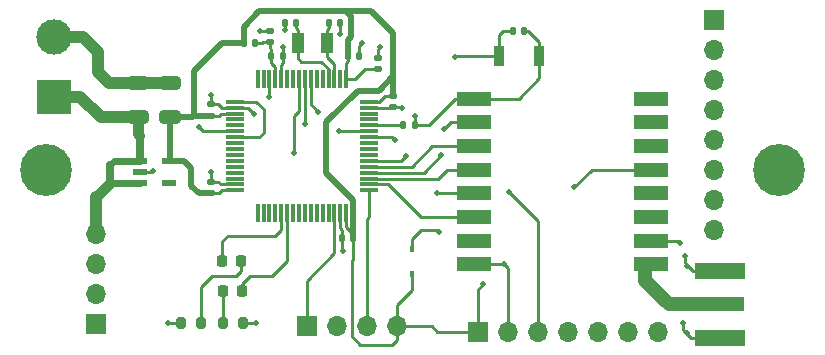
<source format=gbr>
%TF.GenerationSoftware,KiCad,Pcbnew,(6.0.1)*%
%TF.CreationDate,2022-10-05T00:35:00-05:00*%
%TF.ProjectId,PCBFiles_Node,50434246-696c-4657-935f-4e6f64652e6b,rev?*%
%TF.SameCoordinates,Original*%
%TF.FileFunction,Copper,L1,Top*%
%TF.FilePolarity,Positive*%
%FSLAX46Y46*%
G04 Gerber Fmt 4.6, Leading zero omitted, Abs format (unit mm)*
G04 Created by KiCad (PCBNEW (6.0.1)) date 2022-10-05 00:35:00*
%MOMM*%
%LPD*%
G01*
G04 APERTURE LIST*
G04 Aperture macros list*
%AMRoundRect*
0 Rectangle with rounded corners*
0 $1 Rounding radius*
0 $2 $3 $4 $5 $6 $7 $8 $9 X,Y pos of 4 corners*
0 Add a 4 corners polygon primitive as box body*
4,1,4,$2,$3,$4,$5,$6,$7,$8,$9,$2,$3,0*
0 Add four circle primitives for the rounded corners*
1,1,$1+$1,$2,$3*
1,1,$1+$1,$4,$5*
1,1,$1+$1,$6,$7*
1,1,$1+$1,$8,$9*
0 Add four rect primitives between the rounded corners*
20,1,$1+$1,$2,$3,$4,$5,0*
20,1,$1+$1,$4,$5,$6,$7,0*
20,1,$1+$1,$6,$7,$8,$9,0*
20,1,$1+$1,$8,$9,$2,$3,0*%
G04 Aperture macros list end*
%TA.AperFunction,SMDPad,CuDef*%
%ADD10R,3.000000X1.300000*%
%TD*%
%TA.AperFunction,ComponentPad*%
%ADD11R,3.000000X3.000000*%
%TD*%
%TA.AperFunction,ComponentPad*%
%ADD12C,3.000000*%
%TD*%
%TA.AperFunction,SMDPad,CuDef*%
%ADD13RoundRect,0.140000X0.140000X0.170000X-0.140000X0.170000X-0.140000X-0.170000X0.140000X-0.170000X0*%
%TD*%
%TA.AperFunction,SMDPad,CuDef*%
%ADD14RoundRect,0.075000X-0.075000X0.700000X-0.075000X-0.700000X0.075000X-0.700000X0.075000X0.700000X0*%
%TD*%
%TA.AperFunction,SMDPad,CuDef*%
%ADD15RoundRect,0.075000X-0.700000X0.075000X-0.700000X-0.075000X0.700000X-0.075000X0.700000X0.075000X0*%
%TD*%
%TA.AperFunction,SMDPad,CuDef*%
%ADD16RoundRect,0.140000X0.170000X-0.140000X0.170000X0.140000X-0.170000X0.140000X-0.170000X-0.140000X0*%
%TD*%
%TA.AperFunction,SMDPad,CuDef*%
%ADD17RoundRect,0.140000X-0.140000X-0.170000X0.140000X-0.170000X0.140000X0.170000X-0.140000X0.170000X0*%
%TD*%
%TA.AperFunction,SMDPad,CuDef*%
%ADD18RoundRect,0.250000X0.650000X-0.325000X0.650000X0.325000X-0.650000X0.325000X-0.650000X-0.325000X0*%
%TD*%
%TA.AperFunction,ComponentPad*%
%ADD19C,0.700000*%
%TD*%
%TA.AperFunction,ComponentPad*%
%ADD20C,4.400000*%
%TD*%
%TA.AperFunction,SMDPad,CuDef*%
%ADD21RoundRect,0.140000X-0.170000X0.140000X-0.170000X-0.140000X0.170000X-0.140000X0.170000X0.140000X0*%
%TD*%
%TA.AperFunction,SMDPad,CuDef*%
%ADD22RoundRect,0.147500X-0.147500X-0.172500X0.147500X-0.172500X0.147500X0.172500X-0.147500X0.172500X0*%
%TD*%
%TA.AperFunction,SMDPad,CuDef*%
%ADD23RoundRect,0.135000X-0.135000X-0.185000X0.135000X-0.185000X0.135000X0.185000X-0.135000X0.185000X0*%
%TD*%
%TA.AperFunction,SMDPad,CuDef*%
%ADD24RoundRect,0.200000X-0.200000X-0.275000X0.200000X-0.275000X0.200000X0.275000X-0.200000X0.275000X0*%
%TD*%
%TA.AperFunction,SMDPad,CuDef*%
%ADD25R,1.000000X1.800000*%
%TD*%
%TA.AperFunction,SMDPad,CuDef*%
%ADD26R,0.900000X1.700000*%
%TD*%
%TA.AperFunction,SMDPad,CuDef*%
%ADD27RoundRect,0.200000X0.200000X0.275000X-0.200000X0.275000X-0.200000X-0.275000X0.200000X-0.275000X0*%
%TD*%
%TA.AperFunction,SMDPad,CuDef*%
%ADD28R,1.150000X0.600000*%
%TD*%
%TA.AperFunction,ComponentPad*%
%ADD29R,1.700000X1.700000*%
%TD*%
%TA.AperFunction,ComponentPad*%
%ADD30O,1.700000X1.700000*%
%TD*%
%TA.AperFunction,SMDPad,CuDef*%
%ADD31RoundRect,0.218750X-0.218750X-0.256250X0.218750X-0.256250X0.218750X0.256250X-0.218750X0.256250X0*%
%TD*%
%TA.AperFunction,SMDPad,CuDef*%
%ADD32RoundRect,0.218750X0.218750X0.256250X-0.218750X0.256250X-0.218750X-0.256250X0.218750X-0.256250X0*%
%TD*%
%TA.AperFunction,SMDPad,CuDef*%
%ADD33R,3.600000X1.270000*%
%TD*%
%TA.AperFunction,SMDPad,CuDef*%
%ADD34R,4.200000X1.350000*%
%TD*%
%TA.AperFunction,SMDPad,CuDef*%
%ADD35R,0.450000X0.600000*%
%TD*%
%TA.AperFunction,ViaPad*%
%ADD36C,0.500000*%
%TD*%
%TA.AperFunction,Conductor*%
%ADD37C,0.500000*%
%TD*%
%TA.AperFunction,Conductor*%
%ADD38C,0.250000*%
%TD*%
%TA.AperFunction,Conductor*%
%ADD39C,1.200000*%
%TD*%
%TA.AperFunction,Conductor*%
%ADD40C,1.000000*%
%TD*%
%TA.AperFunction,Conductor*%
%ADD41C,0.900000*%
%TD*%
%TA.AperFunction,Conductor*%
%ADD42C,0.850000*%
%TD*%
%TA.AperFunction,Conductor*%
%ADD43C,0.600000*%
%TD*%
%TA.AperFunction,Conductor*%
%ADD44C,0.950000*%
%TD*%
%TA.AperFunction,Conductor*%
%ADD45C,0.700000*%
%TD*%
G04 APERTURE END LIST*
D10*
%TO.P,U2,1,GND*%
%TO.N,GND*%
X83787500Y-92300000D03*
%TO.P,U2,2,MISO*%
%TO.N,SPI3_MISO*%
X83787500Y-94300000D03*
%TO.P,U2,3,MOSI*%
%TO.N,SPI3_MOSI*%
X83787500Y-96300000D03*
%TO.P,U2,4,SCK*%
%TO.N,SPI3_SCK*%
X83787500Y-98300000D03*
%TO.P,U2,5,NSS*%
%TO.N,SPI3_NSS*%
X83787500Y-100300000D03*
%TO.P,U2,6,~{RESET}*%
%TO.N,RESET_RFM9X*%
X83787500Y-102300000D03*
%TO.P,U2,7,DIO5*%
%TO.N,unconnected-(U2-Pad7)*%
X83787500Y-104300000D03*
%TO.P,U2,8,GND*%
%TO.N,GND*%
X83787500Y-106300000D03*
%TO.P,U2,9,DIO2*%
%TO.N,unconnected-(U2-Pad9)*%
X98787500Y-92300000D03*
%TO.P,U2,10,DIO1*%
%TO.N,unconnected-(U2-Pad10)*%
X98787500Y-94300000D03*
%TO.P,U2,11,DIO0*%
%TO.N,unconnected-(U2-Pad11)*%
X98787500Y-96300000D03*
%TO.P,U2,12,VDD*%
%TO.N,+3V3*%
X98787500Y-98300000D03*
%TO.P,U2,13,DIO4*%
%TO.N,unconnected-(U2-Pad13)*%
X98787500Y-100300000D03*
%TO.P,U2,14,DIO3*%
%TO.N,unconnected-(U2-Pad14)*%
X98787500Y-102300000D03*
%TO.P,U2,15,GND*%
%TO.N,GND*%
X98787500Y-104300000D03*
%TO.P,U2,16,ANT*%
%TO.N,/ANT*%
X98787500Y-106300000D03*
%TD*%
D11*
%TO.P,J1,1,Pin_1*%
%TO.N,+5V*%
X48200000Y-92140000D03*
D12*
%TO.P,J1,2,Pin_2*%
%TO.N,GND*%
X48200000Y-87060000D03*
%TD*%
D13*
%TO.P,C13,1*%
%TO.N,LSE_OUT*%
X68730000Y-85855000D03*
%TO.P,C13,2*%
%TO.N,GND*%
X67770000Y-85855000D03*
%TD*%
D14*
%TO.P,U1,1,VBAT*%
%TO.N,+3V3*%
X72950000Y-90625000D03*
%TO.P,U1,2,PC13*%
%TO.N,unconnected-(U1-Pad2)*%
X72450000Y-90625000D03*
%TO.P,U1,3,PC14*%
%TO.N,LSE_IN*%
X71950000Y-90625000D03*
%TO.P,U1,4,PC15*%
%TO.N,LSE_OUT*%
X71450000Y-90625000D03*
%TO.P,U1,5,PH0*%
%TO.N,unconnected-(U1-Pad5)*%
X70950000Y-90625000D03*
%TO.P,U1,6,PH1*%
%TO.N,unconnected-(U1-Pad6)*%
X70450000Y-90625000D03*
%TO.P,U1,7,NRST*%
%TO.N,NRST*%
X69950000Y-90625000D03*
%TO.P,U1,8,PC0*%
%TO.N,LPUART1_RX*%
X69450000Y-90625000D03*
%TO.P,U1,9,PC1*%
%TO.N,LPUART1_TX*%
X68950000Y-90625000D03*
%TO.P,U1,10,PC2*%
%TO.N,unconnected-(U1-Pad10)*%
X68450000Y-90625000D03*
%TO.P,U1,11,PC3*%
%TO.N,unconnected-(U1-Pad11)*%
X67950000Y-90625000D03*
%TO.P,U1,12,VSSA*%
%TO.N,GND*%
X67450000Y-90625000D03*
%TO.P,U1,13,VDDA*%
%TO.N,+3.3VA*%
X66950000Y-90625000D03*
%TO.P,U1,14,PA0*%
%TO.N,V_REF_IN*%
X66450000Y-90625000D03*
%TO.P,U1,15,PA1*%
%TO.N,unconnected-(U1-Pad15)*%
X65950000Y-90625000D03*
%TO.P,U1,16,PA2*%
%TO.N,unconnected-(U1-Pad16)*%
X65450000Y-90625000D03*
D15*
%TO.P,U1,17,PA3*%
%TO.N,V_REF_OUT*%
X63525000Y-92550000D03*
%TO.P,U1,18,VSS*%
%TO.N,GND*%
X63525000Y-93050000D03*
%TO.P,U1,19,VDD*%
%TO.N,+3V3*%
X63525000Y-93550000D03*
%TO.P,U1,20,PA4*%
%TO.N,unconnected-(U1-Pad20)*%
X63525000Y-94050000D03*
%TO.P,U1,21,PA5*%
%TO.N,unconnected-(U1-Pad21)*%
X63525000Y-94550000D03*
%TO.P,U1,22,PA6*%
%TO.N,V_GAS*%
X63525000Y-95050000D03*
%TO.P,U1,23,PA7*%
%TO.N,V_REF_OUT*%
X63525000Y-95550000D03*
%TO.P,U1,24,PC4*%
%TO.N,unconnected-(U1-Pad24)*%
X63525000Y-96050000D03*
%TO.P,U1,25,PC5*%
%TO.N,unconnected-(U1-Pad25)*%
X63525000Y-96550000D03*
%TO.P,U1,26,PB0*%
%TO.N,unconnected-(U1-Pad26)*%
X63525000Y-97050000D03*
%TO.P,U1,27,PB1*%
%TO.N,unconnected-(U1-Pad27)*%
X63525000Y-97550000D03*
%TO.P,U1,28,PB2*%
%TO.N,unconnected-(U1-Pad28)*%
X63525000Y-98050000D03*
%TO.P,U1,29,PB10*%
%TO.N,unconnected-(U1-Pad29)*%
X63525000Y-98550000D03*
%TO.P,U1,30,PB11*%
%TO.N,unconnected-(U1-Pad30)*%
X63525000Y-99050000D03*
%TO.P,U1,31,VSS*%
%TO.N,GND*%
X63525000Y-99550000D03*
%TO.P,U1,32,VDD*%
%TO.N,+3V3*%
X63525000Y-100050000D03*
D14*
%TO.P,U1,33,PB12*%
%TO.N,unconnected-(U1-Pad33)*%
X65450000Y-101975000D03*
%TO.P,U1,34,PB13*%
%TO.N,unconnected-(U1-Pad34)*%
X65950000Y-101975000D03*
%TO.P,U1,35,PB14*%
%TO.N,unconnected-(U1-Pad35)*%
X66450000Y-101975000D03*
%TO.P,U1,36,PB15*%
%TO.N,unconnected-(U1-Pad36)*%
X66950000Y-101975000D03*
%TO.P,U1,37,PC6*%
%TO.N,RED_LED*%
X67450000Y-101975000D03*
%TO.P,U1,38,PC7*%
%TO.N,GREEN_LED*%
X67950000Y-101975000D03*
%TO.P,U1,39,PC8*%
%TO.N,unconnected-(U1-Pad39)*%
X68450000Y-101975000D03*
%TO.P,U1,40,PC9*%
%TO.N,unconnected-(U1-Pad40)*%
X68950000Y-101975000D03*
%TO.P,U1,41,PA8*%
%TO.N,unconnected-(U1-Pad41)*%
X69450000Y-101975000D03*
%TO.P,U1,42,PA9*%
%TO.N,unconnected-(U1-Pad42)*%
X69950000Y-101975000D03*
%TO.P,U1,43,PA10*%
%TO.N,unconnected-(U1-Pad43)*%
X70450000Y-101975000D03*
%TO.P,U1,44,PA11*%
%TO.N,unconnected-(U1-Pad44)*%
X70950000Y-101975000D03*
%TO.P,U1,45,PA12*%
%TO.N,unconnected-(U1-Pad45)*%
X71450000Y-101975000D03*
%TO.P,U1,46,PA13*%
%TO.N,SWDIO*%
X71950000Y-101975000D03*
%TO.P,U1,47,VSS*%
%TO.N,GND*%
X72450000Y-101975000D03*
%TO.P,U1,48,VDD*%
%TO.N,+3V3*%
X72950000Y-101975000D03*
D15*
%TO.P,U1,49,PA14*%
%TO.N,SWCLK*%
X74875000Y-100050000D03*
%TO.P,U1,50,PA15*%
%TO.N,RESET_RFM9X*%
X74875000Y-99550000D03*
%TO.P,U1,51,PC10*%
%TO.N,SPI3_SCK*%
X74875000Y-99050000D03*
%TO.P,U1,52,PC11*%
%TO.N,SPI3_MISO*%
X74875000Y-98550000D03*
%TO.P,U1,53,PC12*%
%TO.N,SPI3_MOSI*%
X74875000Y-98050000D03*
%TO.P,U1,54,PD2*%
%TO.N,SPI3_NSS*%
X74875000Y-97550000D03*
%TO.P,U1,55,PB3*%
%TO.N,unconnected-(U1-Pad55)*%
X74875000Y-97050000D03*
%TO.P,U1,56,PB4*%
%TO.N,unconnected-(U1-Pad56)*%
X74875000Y-96550000D03*
%TO.P,U1,57,PB5*%
%TO.N,unconnected-(U1-Pad57)*%
X74875000Y-96050000D03*
%TO.P,U1,58,PB6*%
%TO.N,I2C1_SCL*%
X74875000Y-95550000D03*
%TO.P,U1,59,PB7*%
%TO.N,I2C1_SDA*%
X74875000Y-95050000D03*
%TO.P,U1,60,PH3*%
%TO.N,BOOT0*%
X74875000Y-94550000D03*
%TO.P,U1,61,PB8*%
%TO.N,unconnected-(U1-Pad61)*%
X74875000Y-94050000D03*
%TO.P,U1,62,PB9*%
%TO.N,unconnected-(U1-Pad62)*%
X74875000Y-93550000D03*
%TO.P,U1,63,VSS*%
%TO.N,GND*%
X74875000Y-93050000D03*
%TO.P,U1,64,VDD*%
%TO.N,+3V3*%
X74875000Y-92550000D03*
%TD*%
D16*
%TO.P,C10,1*%
%TO.N,+3.3VA*%
X66500000Y-87480000D03*
%TO.P,C10,2*%
%TO.N,GND*%
X66500000Y-86520000D03*
%TD*%
D17*
%TO.P,C11,1*%
%TO.N,+3.3VA*%
X66620000Y-88650000D03*
%TO.P,C11,2*%
%TO.N,GND*%
X67580000Y-88650000D03*
%TD*%
D18*
%TO.P,C1,1*%
%TO.N,+5V*%
X55300000Y-93875000D03*
%TO.P,C1,2*%
%TO.N,GND*%
X55300000Y-90925000D03*
%TD*%
D19*
%TO.P,H1,1*%
%TO.N,N/C*%
X108433274Y-97133274D03*
X109600000Y-99950000D03*
X111250000Y-98300000D03*
D20*
X109600000Y-98300000D03*
D19*
X109600000Y-96650000D03*
X110766726Y-97133274D03*
X108433274Y-99466726D03*
X110766726Y-99466726D03*
X107950000Y-98300000D03*
%TD*%
D21*
%TO.P,C8,1*%
%TO.N,+3V3*%
X76900000Y-92070000D03*
%TO.P,C8,2*%
%TO.N,GND*%
X76900000Y-93030000D03*
%TD*%
D16*
%TO.P,C3,1*%
%TO.N,+3V3*%
X75650000Y-89780000D03*
%TO.P,C3,2*%
%TO.N,GND*%
X75650000Y-88820000D03*
%TD*%
%TO.P,C6,1*%
%TO.N,+3V3*%
X61500000Y-100280000D03*
%TO.P,C6,2*%
%TO.N,GND*%
X61500000Y-99320000D03*
%TD*%
D22*
%TO.P,L1,1*%
%TO.N,+3V3*%
X64265000Y-87550000D03*
%TO.P,L1,2*%
%TO.N,+3.3VA*%
X65235000Y-87550000D03*
%TD*%
D18*
%TO.P,C2,1*%
%TO.N,+3V3*%
X58000000Y-93875000D03*
%TO.P,C2,2*%
%TO.N,GND*%
X58000000Y-90925000D03*
%TD*%
D23*
%TO.P,R1,1*%
%TO.N,BOOT0*%
X77790000Y-94550000D03*
%TO.P,R1,2*%
%TO.N,GND*%
X78810000Y-94550000D03*
%TD*%
D24*
%TO.P,R2,1*%
%TO.N,Net-(D2-Pad1)*%
X62525000Y-111250000D03*
%TO.P,R2,2*%
%TO.N,GND*%
X64175000Y-111250000D03*
%TD*%
D25*
%TO.P,Y1,1,1*%
%TO.N,LSE_OUT*%
X68850000Y-87600000D03*
%TO.P,Y1,2,2*%
%TO.N,LSE_IN*%
X71350000Y-87600000D03*
%TD*%
D26*
%TO.P,RESET,1,1*%
%TO.N,NRST*%
X85900000Y-88700000D03*
%TO.P,RESET,2,2*%
%TO.N,GND*%
X89300000Y-88700000D03*
%TD*%
D27*
%TO.P,R3,1*%
%TO.N,Net-(D3-Pad1)*%
X60625000Y-111250000D03*
%TO.P,R3,2*%
%TO.N,GND*%
X58975000Y-111250000D03*
%TD*%
D17*
%TO.P,C4,1*%
%TO.N,+3V3*%
X73070000Y-88650000D03*
%TO.P,C4,2*%
%TO.N,GND*%
X74030000Y-88650000D03*
%TD*%
D28*
%TO.P,U3,1,IN*%
%TO.N,+5V*%
X55450000Y-97550000D03*
%TO.P,U3,2,GND*%
%TO.N,GND*%
X55450000Y-98500000D03*
%TO.P,U3,3,EN*%
%TO.N,+5V*%
X55450000Y-99450000D03*
%TO.P,U3,4,NC*%
%TO.N,unconnected-(U3-Pad4)*%
X57950000Y-99450000D03*
%TO.P,U3,5,OUT*%
%TO.N,+3V3*%
X57950000Y-97550000D03*
%TD*%
D29*
%TO.P,J4,1,Pin_1*%
%TO.N,+3V3*%
X84100000Y-112075000D03*
D30*
%TO.P,J4,2,Pin_2*%
%TO.N,GND*%
X86640000Y-112075000D03*
%TO.P,J4,3,Pin_3*%
%TO.N,I2C1_SCL*%
X89180000Y-112075000D03*
%TO.P,J4,4,Pin_4*%
%TO.N,I2C1_SDA*%
X91720000Y-112075000D03*
%TO.P,J4,5,Pin_5*%
%TO.N,unconnected-(J4-Pad5)*%
X94260000Y-112075000D03*
%TO.P,J4,6,Pin_6*%
%TO.N,unconnected-(J4-Pad6)*%
X96800000Y-112075000D03*
%TO.P,J4,7,Pin_7*%
%TO.N,unconnected-(J4-Pad7)*%
X99340000Y-112075000D03*
%TD*%
D17*
%TO.P,C9,1*%
%TO.N,NRST*%
X87045000Y-86550000D03*
%TO.P,C9,2*%
%TO.N,GND*%
X88005000Y-86550000D03*
%TD*%
%TO.P,C12,1*%
%TO.N,LSE_IN*%
X71470000Y-85855000D03*
%TO.P,C12,2*%
%TO.N,GND*%
X72430000Y-85855000D03*
%TD*%
D13*
%TO.P,C7,1*%
%TO.N,+3V3*%
X73530000Y-104100000D03*
%TO.P,C7,2*%
%TO.N,GND*%
X72570000Y-104100000D03*
%TD*%
D16*
%TO.P,C5,1*%
%TO.N,+3V3*%
X61500000Y-93730000D03*
%TO.P,C5,2*%
%TO.N,GND*%
X61500000Y-92770000D03*
%TD*%
D19*
%TO.P,H2,1*%
%TO.N,N/C*%
X49150000Y-98300000D03*
X47500000Y-99950000D03*
D20*
X47500000Y-98300000D03*
D19*
X46333274Y-97133274D03*
X48666726Y-99466726D03*
X46333274Y-99466726D03*
X48666726Y-97133274D03*
X47500000Y-96650000D03*
X45850000Y-98300000D03*
%TD*%
D31*
%TO.P,D2,1,K*%
%TO.N,Net-(D2-Pad1)*%
X62512500Y-108600000D03*
%TO.P,D2,2,A*%
%TO.N,GREEN_LED*%
X64087500Y-108600000D03*
%TD*%
D32*
%TO.P,D3,1,K*%
%TO.N,Net-(D3-Pad1)*%
X64037500Y-106050000D03*
%TO.P,D3,2,A*%
%TO.N,RED_LED*%
X62462500Y-106050000D03*
%TD*%
D29*
%TO.P,J2,1,Pin_1*%
%TO.N,SWDIO*%
X69600000Y-111575000D03*
D30*
%TO.P,J2,2,Pin_2*%
%TO.N,GND*%
X72140000Y-111575000D03*
%TO.P,J2,3,Pin_3*%
%TO.N,SWCLK*%
X74680000Y-111575000D03*
%TO.P,J2,4,Pin_4*%
%TO.N,+3V3*%
X77220000Y-111575000D03*
%TD*%
D33*
%TO.P,J7,1,In*%
%TO.N,/ANT*%
X104837500Y-109700000D03*
D34*
%TO.P,J7,2,Ext*%
%TO.N,GND*%
X104637500Y-112525000D03*
X104637500Y-106875000D03*
%TD*%
D29*
%TO.P,J5,1,Pin_1*%
%TO.N,GND*%
X51800000Y-111400000D03*
D30*
%TO.P,J5,2,Pin_2*%
%TO.N,LPUART1_TX*%
X51800000Y-108860000D03*
%TO.P,J5,3,Pin_3*%
%TO.N,LPUART1_RX*%
X51800000Y-106320000D03*
%TO.P,J5,4,Pin_4*%
%TO.N,+5V*%
X51800000Y-103780000D03*
%TD*%
D35*
%TO.P,D1,1,K*%
%TO.N,Net-(D1-Pad1)*%
X78500000Y-105000000D03*
%TO.P,D1,2,A*%
%TO.N,+3V3*%
X78500000Y-107100000D03*
%TD*%
D29*
%TO.P,J3,1,Pin_1*%
%TO.N,V_GAS*%
X104100000Y-85600000D03*
D30*
%TO.P,J3,2,Pin_2*%
%TO.N,V_REF_IN*%
X104100000Y-88140000D03*
%TO.P,J3,3,Pin_3*%
%TO.N,unconnected-(J3-Pad3)*%
X104100000Y-90680000D03*
%TO.P,J3,4,Pin_4*%
%TO.N,unconnected-(J3-Pad4)*%
X104100000Y-93220000D03*
%TO.P,J3,5,Pin_5*%
%TO.N,unconnected-(J3-Pad5)*%
X104100000Y-95760000D03*
%TO.P,J3,6,Pin_6*%
%TO.N,GND*%
X104100000Y-98300000D03*
%TO.P,J3,7,Pin_7*%
%TO.N,unconnected-(J3-Pad7)*%
X104100000Y-100840000D03*
%TO.P,J3,8,Pin_8*%
%TO.N,Net-(D1-Pad1)*%
X104100000Y-103380000D03*
%TD*%
D36*
%TO.N,I2C1_SCL*%
X77090000Y-95780000D03*
%TO.N,SPI3_NSS*%
X77990000Y-97120000D03*
%TO.N,GND*%
X101830000Y-106430000D03*
X101790000Y-112170000D03*
%TO.N,Net-(D1-Pad1)*%
X80800000Y-103600000D03*
%TO.N,+3V3*%
X92250000Y-99800000D03*
X84550000Y-108000000D03*
%TO.N,I2C1_SCL*%
X86700000Y-100200000D03*
%TO.N,GND*%
X61500000Y-98500000D03*
X65350000Y-111250000D03*
X53400000Y-90950000D03*
X52050000Y-90100000D03*
X65650000Y-86550000D03*
X67781263Y-86510421D03*
X72700000Y-105200000D03*
X56600000Y-98450000D03*
X101650000Y-105650000D03*
X61500000Y-92000000D03*
X101500000Y-111300000D03*
X101200000Y-104500000D03*
X65150000Y-93600000D03*
X57850000Y-111250000D03*
X75850000Y-87900000D03*
X67600000Y-87900000D03*
X51950000Y-88550000D03*
X72449502Y-86800000D03*
X74250000Y-87600000D03*
X86300000Y-106300000D03*
X78800000Y-93750000D03*
X77700000Y-93050000D03*
%TO.N,I2C1_SDA*%
X72350000Y-95050000D03*
%TO.N,NRST*%
X82200000Y-88800000D03*
X70600000Y-93400000D03*
%TO.N,V_REF_IN*%
X66450000Y-92150000D03*
%TO.N,V_GAS*%
X60450000Y-94700000D03*
%TO.N,SPI3_NSS*%
X80650000Y-100300000D03*
%TO.N,SPI3_MISO*%
X81000000Y-97100000D03*
X81250000Y-94850000D03*
%TO.N,LPUART1_TX*%
X68550000Y-96900000D03*
%TO.N,LPUART1_RX*%
X69450000Y-94450000D03*
%TD*%
D37*
%TO.N,+3V3*%
X73560000Y-104070000D02*
X73530000Y-104100000D01*
X71240000Y-98550000D02*
X73560000Y-100870000D01*
X73560000Y-100870000D02*
X73560000Y-104070000D01*
X71240000Y-94280000D02*
X71240000Y-98550000D01*
X73920000Y-91600000D02*
X71240000Y-94280000D01*
X76900000Y-90410000D02*
X75710000Y-91600000D01*
X75710000Y-91600000D02*
X73920000Y-91600000D01*
D38*
X72950000Y-103130000D02*
X73530000Y-103710000D01*
X72950000Y-101975000D02*
X72950000Y-103130000D01*
X73530000Y-103710000D02*
X73530000Y-104100000D01*
%TO.N,GND*%
X72570000Y-103385704D02*
X72570000Y-104100000D01*
X72450000Y-103265704D02*
X72570000Y-103385704D01*
X72450000Y-101975000D02*
X72450000Y-103265704D01*
D37*
%TO.N,+3V3*%
X76900000Y-90410000D02*
X76900000Y-86720000D01*
X76900000Y-92070000D02*
X76900000Y-90410000D01*
D38*
X76220000Y-92070000D02*
X76900000Y-92070000D01*
X75740000Y-92550000D02*
X76220000Y-92070000D01*
X74875000Y-92550000D02*
X75740000Y-92550000D01*
D37*
X76900000Y-86720000D02*
X75030000Y-84850000D01*
X75030000Y-84850000D02*
X72900000Y-84850000D01*
D38*
%TO.N,I2C1_SCL*%
X76860000Y-95550000D02*
X77090000Y-95780000D01*
X74875000Y-95550000D02*
X76860000Y-95550000D01*
%TO.N,SPI3_NSS*%
X77560000Y-97550000D02*
X77990000Y-97120000D01*
X74875000Y-97550000D02*
X77560000Y-97550000D01*
D39*
%TO.N,/ANT*%
X98287500Y-107737500D02*
X98287500Y-106300000D01*
X100250000Y-109700000D02*
X98287500Y-107737500D01*
X104837500Y-109700000D02*
X100250000Y-109700000D01*
D38*
%TO.N,Net-(D1-Pad1)*%
X80650000Y-103450000D02*
X80800000Y-103600000D01*
X79250000Y-103450000D02*
X80650000Y-103450000D01*
X78500000Y-104200000D02*
X79250000Y-103450000D01*
X78500000Y-105000000D02*
X78500000Y-104200000D01*
%TO.N,+3V3*%
X77220000Y-109780000D02*
X77220000Y-111575000D01*
X78500000Y-108500000D02*
X77220000Y-109780000D01*
X78500000Y-107100000D02*
X78500000Y-108500000D01*
D37*
X60480000Y-100280000D02*
X61500000Y-100280000D01*
X59875000Y-93875000D02*
X60020000Y-93730000D01*
D38*
X77220000Y-112730000D02*
X76800000Y-113150000D01*
X74150000Y-113150000D02*
X73400000Y-112400000D01*
X73400000Y-106000000D02*
X73550000Y-105850000D01*
X63525000Y-100050000D02*
X62400000Y-100050000D01*
D37*
X73350000Y-85300000D02*
X72900000Y-84850000D01*
D38*
X77220000Y-111575000D02*
X77220000Y-112730000D01*
D37*
X59250000Y-97550000D02*
X59850000Y-98150000D01*
X59850000Y-99650000D02*
X60480000Y-100280000D01*
D38*
X62170000Y-100280000D02*
X61500000Y-100280000D01*
D37*
X73070000Y-88650000D02*
X73070000Y-87330000D01*
X58000000Y-93875000D02*
X59875000Y-93875000D01*
D38*
X62400000Y-100050000D02*
X62170000Y-100280000D01*
X80675000Y-112075000D02*
X84100000Y-112075000D01*
D37*
X60020000Y-93730000D02*
X61500000Y-93730000D01*
D38*
X62170000Y-93730000D02*
X61500000Y-93730000D01*
X73400000Y-112400000D02*
X73400000Y-106000000D01*
X75650000Y-89780000D02*
X74570000Y-89780000D01*
D37*
X72900000Y-84850000D02*
X65600000Y-84850000D01*
D38*
X73070000Y-89130000D02*
X73070000Y-88650000D01*
X63525000Y-93550000D02*
X62350000Y-93550000D01*
D37*
X64265000Y-87550000D02*
X62400000Y-87550000D01*
X62400000Y-87550000D02*
X60020000Y-89930000D01*
X64265000Y-86185000D02*
X64265000Y-87550000D01*
X60020000Y-89930000D02*
X60020000Y-93730000D01*
X59850000Y-98150000D02*
X59850000Y-99650000D01*
X65600000Y-84850000D02*
X64265000Y-86185000D01*
D38*
X80175000Y-111575000D02*
X80675000Y-112075000D01*
D37*
X57950000Y-97550000D02*
X59250000Y-97550000D01*
D38*
X72950000Y-90625000D02*
X72950000Y-89250000D01*
X93750000Y-98300000D02*
X92250000Y-99800000D01*
X73550000Y-105850000D02*
X73550000Y-104120000D01*
X84100000Y-112075000D02*
X84100000Y-108450000D01*
X72950000Y-89250000D02*
X73070000Y-89130000D01*
X74570000Y-89780000D02*
X73725000Y-90625000D01*
X73725000Y-90625000D02*
X72950000Y-90625000D01*
X62350000Y-93550000D02*
X62170000Y-93730000D01*
D37*
X58000000Y-93875000D02*
X58000000Y-97500000D01*
D38*
X77220000Y-111575000D02*
X80175000Y-111575000D01*
X98287500Y-98300000D02*
X93750000Y-98300000D01*
D37*
X58000000Y-97500000D02*
X57950000Y-97550000D01*
D38*
X76800000Y-113150000D02*
X74150000Y-113150000D01*
X73550000Y-104120000D02*
X73530000Y-104100000D01*
D37*
X73350000Y-87050000D02*
X73350000Y-85300000D01*
X73070000Y-87330000D02*
X73350000Y-87050000D01*
D38*
X84100000Y-108450000D02*
X84550000Y-108000000D01*
%TO.N,I2C1_SCL*%
X89180000Y-112075000D02*
X89180000Y-102680000D01*
X89180000Y-102680000D02*
X86700000Y-100200000D01*
%TO.N,GND*%
X102175000Y-112525000D02*
X101500000Y-111850000D01*
X102325000Y-106875000D02*
X101650000Y-106200000D01*
X88005000Y-86550000D02*
X88350000Y-86550000D01*
X67450000Y-89400000D02*
X67580000Y-89270000D01*
X72570000Y-105070000D02*
X72700000Y-105200000D01*
X104637500Y-106875000D02*
X102325000Y-106875000D01*
X86640000Y-112075000D02*
X86640000Y-106640000D01*
X74030000Y-88650000D02*
X74030000Y-87820000D01*
X64600000Y-93050000D02*
X65150000Y-93600000D01*
X98287500Y-104300000D02*
X101000000Y-104300000D01*
X62350000Y-99550000D02*
X62120000Y-99320000D01*
X78810000Y-94550000D02*
X78810000Y-93760000D01*
X74030000Y-87820000D02*
X74250000Y-87600000D01*
X55450000Y-98500000D02*
X56550000Y-98500000D01*
D40*
X55300000Y-90925000D02*
X58000000Y-90925000D01*
D38*
X72430000Y-86780498D02*
X72449502Y-86800000D01*
D40*
X50660000Y-87060000D02*
X51950000Y-88350000D01*
D38*
X65680000Y-86520000D02*
X65650000Y-86550000D01*
X101000000Y-104300000D02*
X101200000Y-104500000D01*
X101650000Y-106200000D02*
X101650000Y-105650000D01*
X62400000Y-93050000D02*
X62120000Y-92770000D01*
X101500000Y-111850000D02*
X101500000Y-111300000D01*
X77680000Y-93030000D02*
X77700000Y-93050000D01*
X78810000Y-93760000D02*
X78800000Y-93750000D01*
X88350000Y-86550000D02*
X89300000Y-87500000D01*
D40*
X48200000Y-87060000D02*
X50660000Y-87060000D01*
D38*
X76880000Y-93050000D02*
X76900000Y-93030000D01*
X82200000Y-92300000D02*
X84287500Y-92300000D01*
X56550000Y-98500000D02*
X56600000Y-98450000D01*
X72430000Y-85855000D02*
X72430000Y-86780498D01*
X75650000Y-88820000D02*
X75650000Y-88100000D01*
X67770000Y-85855000D02*
X67770000Y-86499158D01*
X63525000Y-93050000D02*
X62400000Y-93050000D01*
X74875000Y-93050000D02*
X76880000Y-93050000D01*
X67770000Y-86499158D02*
X67781263Y-86510421D01*
D40*
X51950000Y-88350000D02*
X51950000Y-90050000D01*
D38*
X62120000Y-99320000D02*
X61500000Y-99320000D01*
X86640000Y-106640000D02*
X86300000Y-106300000D01*
X67580000Y-87920000D02*
X67600000Y-87900000D01*
X89300000Y-90550000D02*
X89300000Y-88700000D01*
X67580000Y-88650000D02*
X67580000Y-87920000D01*
X67450000Y-90625000D02*
X67450000Y-89400000D01*
D40*
X51950000Y-90050000D02*
X52825000Y-90925000D01*
D38*
X87550000Y-92300000D02*
X89300000Y-90550000D01*
X67580000Y-89270000D02*
X67580000Y-88650000D01*
X84287500Y-106300000D02*
X86300000Y-106300000D01*
X66500000Y-86520000D02*
X65680000Y-86520000D01*
X64175000Y-111250000D02*
X65350000Y-111250000D01*
X63525000Y-99550000D02*
X62350000Y-99550000D01*
X72570000Y-104100000D02*
X72570000Y-105070000D01*
X58975000Y-111250000D02*
X57850000Y-111250000D01*
D40*
X52825000Y-90925000D02*
X55300000Y-90925000D01*
D38*
X84287500Y-92300000D02*
X87550000Y-92300000D01*
X89300000Y-87500000D02*
X89300000Y-88700000D01*
X78810000Y-94550000D02*
X79950000Y-94550000D01*
X76900000Y-93030000D02*
X77680000Y-93030000D01*
X79950000Y-94550000D02*
X82200000Y-92300000D01*
X104637500Y-112525000D02*
X102175000Y-112525000D01*
X62120000Y-92770000D02*
X61500000Y-92770000D01*
X75650000Y-88100000D02*
X75850000Y-87900000D01*
X61500000Y-92770000D02*
X61500000Y-92000000D01*
X63525000Y-93050000D02*
X64600000Y-93050000D01*
X61500000Y-99320000D02*
X61500000Y-98500000D01*
%TO.N,I2C1_SDA*%
X72350000Y-95050000D02*
X74875000Y-95050000D01*
%TO.N,NRST*%
X86250000Y-86550000D02*
X87045000Y-86550000D01*
X82300000Y-88700000D02*
X85900000Y-88700000D01*
X82200000Y-88800000D02*
X82300000Y-88700000D01*
X69950000Y-90625000D02*
X69950000Y-92750000D01*
X85900000Y-86900000D02*
X86250000Y-86550000D01*
X85900000Y-88700000D02*
X85900000Y-86900000D01*
X69950000Y-92750000D02*
X70600000Y-93400000D01*
%TO.N,+3.3VA*%
X66500000Y-88000000D02*
X66500000Y-87480000D01*
X65920000Y-87480000D02*
X65850000Y-87550000D01*
X66620000Y-88120000D02*
X66500000Y-88000000D01*
X66950000Y-90625000D02*
X66950000Y-89600000D01*
X65850000Y-87550000D02*
X65235000Y-87550000D01*
X66950000Y-89600000D02*
X66620000Y-89270000D01*
X66620000Y-88650000D02*
X66620000Y-88120000D01*
X66500000Y-87480000D02*
X65920000Y-87480000D01*
X66620000Y-89270000D02*
X66620000Y-88650000D01*
%TO.N,Net-(D2-Pad1)*%
X62512500Y-108600000D02*
X62512500Y-111237500D01*
X62512500Y-111237500D02*
X62525000Y-111250000D01*
%TO.N,RESET_RFM9X*%
X79250000Y-102300000D02*
X84287500Y-102300000D01*
X76500000Y-99550000D02*
X79250000Y-102300000D01*
X74875000Y-99550000D02*
X76500000Y-99550000D01*
%TO.N,V_REF_IN*%
X66450000Y-92150000D02*
X66450000Y-90625000D01*
%TO.N,GREEN_LED*%
X67950000Y-101975000D02*
X67950000Y-106050000D01*
X64800000Y-107300000D02*
X64087500Y-108012500D01*
X67950000Y-106050000D02*
X66700000Y-107300000D01*
X64087500Y-108012500D02*
X64087500Y-108600000D01*
X66700000Y-107300000D02*
X64800000Y-107300000D01*
%TO.N,V_REF_OUT*%
X65950000Y-93150000D02*
X65950000Y-95200000D01*
X65350000Y-92550000D02*
X65950000Y-93150000D01*
X65600000Y-95550000D02*
X63525000Y-95550000D01*
X65950000Y-95200000D02*
X65600000Y-95550000D01*
X63525000Y-92550000D02*
X65350000Y-92550000D01*
%TO.N,V_GAS*%
X60800000Y-95050000D02*
X63525000Y-95050000D01*
X60450000Y-94700000D02*
X60800000Y-95050000D01*
%TO.N,RED_LED*%
X62462500Y-104337500D02*
X62462500Y-106050000D01*
X67450000Y-103400000D02*
X66950000Y-103900000D01*
X62900000Y-103900000D02*
X62462500Y-104337500D01*
X67450000Y-101975000D02*
X67450000Y-103400000D01*
X66950000Y-103900000D02*
X62900000Y-103900000D01*
%TO.N,SWDIO*%
X69600000Y-107700000D02*
X69600000Y-111575000D01*
X71950000Y-105350000D02*
X69600000Y-107700000D01*
X71950000Y-101975000D02*
X71950000Y-105350000D01*
%TO.N,SWCLK*%
X74680000Y-102470000D02*
X74875000Y-102275000D01*
X74875000Y-102275000D02*
X74875000Y-100050000D01*
X74680000Y-111575000D02*
X74680000Y-102470000D01*
D40*
%TO.N,+5V*%
X50440000Y-92140000D02*
X52175000Y-93875000D01*
D41*
X51800000Y-100600000D02*
X52950000Y-99450000D01*
D42*
X55300000Y-95300000D02*
X55450000Y-95450000D01*
D43*
X52950000Y-97900000D02*
X53300000Y-97550000D01*
X52950000Y-99450000D02*
X55450000Y-99450000D01*
D44*
X55300000Y-93875000D02*
X55300000Y-95300000D01*
D45*
X52950000Y-99450000D02*
X52950000Y-97900000D01*
D43*
X53300000Y-97550000D02*
X55450000Y-97550000D01*
D45*
X55450000Y-95450000D02*
X55450000Y-97500489D01*
D40*
X48200000Y-92140000D02*
X50440000Y-92140000D01*
X51800000Y-103780000D02*
X51800000Y-100600000D01*
X52175000Y-93875000D02*
X55300000Y-93875000D01*
D38*
%TO.N,SPI3_NSS*%
X84287500Y-100300000D02*
X80650000Y-100300000D01*
%TO.N,SPI3_SCK*%
X81450000Y-98300000D02*
X84287500Y-98300000D01*
X80700000Y-99050000D02*
X81450000Y-98300000D01*
X74875000Y-99050000D02*
X80700000Y-99050000D01*
%TO.N,SPI3_MISO*%
X79550000Y-98550000D02*
X81000000Y-97100000D01*
X74875000Y-98550000D02*
X79550000Y-98550000D01*
X81800000Y-94300000D02*
X84287500Y-94300000D01*
X81250000Y-94850000D02*
X81800000Y-94300000D01*
%TO.N,SPI3_MOSI*%
X78500000Y-98050000D02*
X80250000Y-96300000D01*
X74875000Y-98050000D02*
X78500000Y-98050000D01*
X80250000Y-96300000D02*
X84287500Y-96300000D01*
%TO.N,LSE_IN*%
X71950000Y-89350000D02*
X71350000Y-88750000D01*
X71350000Y-88750000D02*
X71350000Y-87600000D01*
X71950000Y-90625000D02*
X71950000Y-89350000D01*
X71350000Y-87600000D02*
X71350000Y-86450000D01*
X71470000Y-86330000D02*
X71470000Y-85855000D01*
X71350000Y-86450000D02*
X71470000Y-86330000D01*
%TO.N,LSE_OUT*%
X71450000Y-89784994D02*
X70815006Y-89150000D01*
X68850000Y-88850000D02*
X68850000Y-87600000D01*
X68850000Y-87600000D02*
X68850000Y-86450000D01*
X71450000Y-90625000D02*
X71450000Y-89784994D01*
X68850000Y-86450000D02*
X68730000Y-86330000D01*
X69150000Y-89150000D02*
X68850000Y-88850000D01*
X68730000Y-86330000D02*
X68730000Y-85855000D01*
X70815006Y-89150000D02*
X69150000Y-89150000D01*
%TO.N,Net-(D3-Pad1)*%
X61600000Y-107300000D02*
X60625000Y-108275000D01*
X63650000Y-107300000D02*
X61600000Y-107300000D01*
X64037500Y-106912500D02*
X63650000Y-107300000D01*
X64037500Y-106050000D02*
X64037500Y-106912500D01*
X60625000Y-108275000D02*
X60625000Y-111250000D01*
%TO.N,LPUART1_TX*%
X68950000Y-93350000D02*
X68950000Y-90625000D01*
X68550000Y-96900000D02*
X68550000Y-93750000D01*
X68550000Y-93750000D02*
X68950000Y-93350000D01*
%TO.N,LPUART1_RX*%
X69450000Y-94450000D02*
X69450000Y-90625000D01*
%TO.N,BOOT0*%
X74875000Y-94550000D02*
X77790000Y-94550000D01*
%TD*%
M02*

</source>
